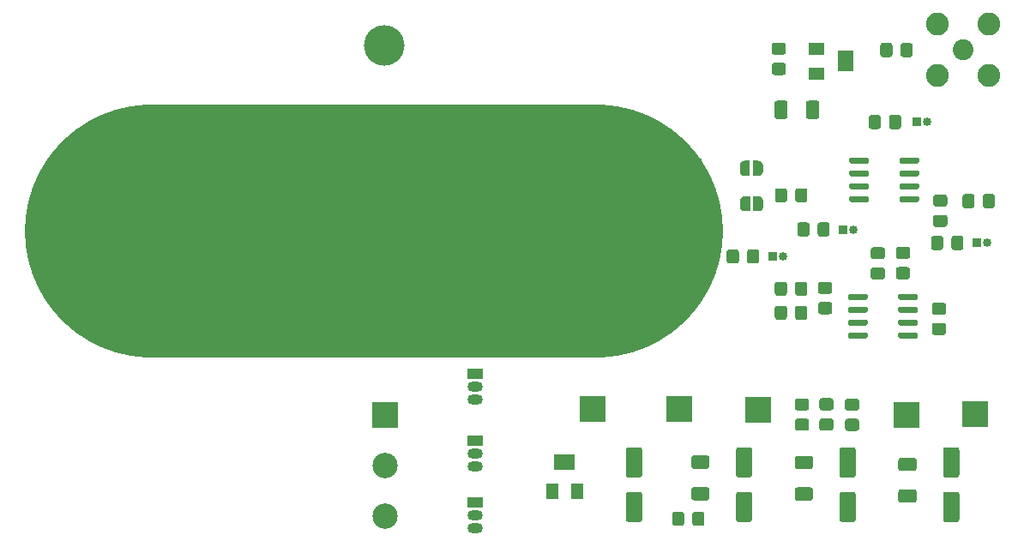
<source format=gbr>
%TF.GenerationSoftware,KiCad,Pcbnew,(5.1.8-0-10_14)*%
%TF.CreationDate,2022-04-27T14:32:14-05:00*%
%TF.ProjectId,SAQ_KiCad_one,5341515f-4b69-4436-9164-5f6f6e652e6b,rev?*%
%TF.SameCoordinates,Original*%
%TF.FileFunction,Soldermask,Top*%
%TF.FilePolarity,Negative*%
%FSLAX46Y46*%
G04 Gerber Fmt 4.6, Leading zero omitted, Abs format (unit mm)*
G04 Created by KiCad (PCBNEW (5.1.8-0-10_14)) date 2022-04-27 14:32:14*
%MOMM*%
%LPD*%
G01*
G04 APERTURE LIST*
%ADD10C,25.000000*%
%ADD11C,0.100000*%
%ADD12O,1.400000X1.400000*%
%ADD13C,1.400000*%
%ADD14O,0.850000X0.850000*%
%ADD15R,0.850000X0.850000*%
%ADD16R,1.500000X1.050000*%
%ADD17O,1.500000X1.050000*%
%ADD18R,2.500000X2.500000*%
%ADD19C,4.000000*%
%ADD20R,1.600000X1.300000*%
%ADD21R,1.600000X2.000000*%
%ADD22C,2.250000*%
%ADD23C,2.050000*%
%ADD24C,2.500000*%
%ADD25O,3.500000X2.200000*%
%ADD26O,2.500000X1.500000*%
%ADD27R,2.500000X1.500000*%
%ADD28R,1.300000X1.600000*%
%ADD29R,2.000000X1.600000*%
%ADD30R,0.900000X0.800000*%
G04 APERTURE END LIST*
D10*
X129730500Y-37782500D02*
X85788500Y-37782500D01*
D11*
%TO.C,JP3*%
G36*
X144909400Y-32373000D02*
G01*
X144409400Y-32373000D01*
X144409400Y-32372398D01*
X144384866Y-32372398D01*
X144336035Y-32367588D01*
X144287910Y-32358016D01*
X144240955Y-32343772D01*
X144195622Y-32324995D01*
X144152349Y-32301864D01*
X144111550Y-32274604D01*
X144073621Y-32243476D01*
X144038924Y-32208779D01*
X144007796Y-32170850D01*
X143980536Y-32130051D01*
X143957405Y-32086778D01*
X143938628Y-32041445D01*
X143924384Y-31994490D01*
X143914812Y-31946365D01*
X143910002Y-31897534D01*
X143910002Y-31873000D01*
X143909400Y-31873000D01*
X143909400Y-31373000D01*
X143910002Y-31373000D01*
X143910002Y-31348466D01*
X143914812Y-31299635D01*
X143924384Y-31251510D01*
X143938628Y-31204555D01*
X143957405Y-31159222D01*
X143980536Y-31115949D01*
X144007796Y-31075150D01*
X144038924Y-31037221D01*
X144073621Y-31002524D01*
X144111550Y-30971396D01*
X144152349Y-30944136D01*
X144195622Y-30921005D01*
X144240955Y-30902228D01*
X144287910Y-30887984D01*
X144336035Y-30878412D01*
X144384866Y-30873602D01*
X144409400Y-30873602D01*
X144409400Y-30873000D01*
X144909400Y-30873000D01*
X144909400Y-32373000D01*
G37*
G36*
X145709400Y-30873602D02*
G01*
X145733934Y-30873602D01*
X145782765Y-30878412D01*
X145830890Y-30887984D01*
X145877845Y-30902228D01*
X145923178Y-30921005D01*
X145966451Y-30944136D01*
X146007250Y-30971396D01*
X146045179Y-31002524D01*
X146079876Y-31037221D01*
X146111004Y-31075150D01*
X146138264Y-31115949D01*
X146161395Y-31159222D01*
X146180172Y-31204555D01*
X146194416Y-31251510D01*
X146203988Y-31299635D01*
X146208798Y-31348466D01*
X146208798Y-31373000D01*
X146209400Y-31373000D01*
X146209400Y-31873000D01*
X146208798Y-31873000D01*
X146208798Y-31897534D01*
X146203988Y-31946365D01*
X146194416Y-31994490D01*
X146180172Y-32041445D01*
X146161395Y-32086778D01*
X146138264Y-32130051D01*
X146111004Y-32170850D01*
X146079876Y-32208779D01*
X146045179Y-32243476D01*
X146007250Y-32274604D01*
X145966451Y-32301864D01*
X145923178Y-32324995D01*
X145877845Y-32343772D01*
X145830890Y-32358016D01*
X145782765Y-32367588D01*
X145733934Y-32372398D01*
X145709400Y-32372398D01*
X145709400Y-32373000D01*
X145209400Y-32373000D01*
X145209400Y-30873000D01*
X145709400Y-30873000D01*
X145709400Y-30873602D01*
G37*
%TD*%
D12*
%TO.C,JP1*%
X130937000Y-32893000D03*
D13*
X128397000Y-32893000D03*
%TD*%
D14*
%TO.C,LATCH*%
X162417000Y-27051000D03*
D15*
X161417000Y-27051000D03*
%TD*%
D14*
%TO.C,RESET*%
X155114500Y-37655500D03*
D15*
X154114500Y-37655500D03*
%TD*%
D14*
%TO.C,INT/4*%
X168322500Y-38989000D03*
D15*
X167322500Y-38989000D03*
%TD*%
D14*
%TO.C,INT-OUT*%
X148198000Y-40299000D03*
D15*
X147198000Y-40299000D03*
%TD*%
D14*
%TO.C,INPUT*%
X129714500Y-26924000D03*
D15*
X128714500Y-26924000D03*
%TD*%
%TO.C,R23*%
G36*
G01*
X157842000Y-26600999D02*
X157842000Y-27501001D01*
G75*
G02*
X157592001Y-27751000I-249999J0D01*
G01*
X156891999Y-27751000D01*
G75*
G02*
X156642000Y-27501001I0J249999D01*
G01*
X156642000Y-26600999D01*
G75*
G02*
X156891999Y-26351000I249999J0D01*
G01*
X157592001Y-26351000D01*
G75*
G02*
X157842000Y-26600999I0J-249999D01*
G01*
G37*
G36*
G01*
X159842000Y-26600999D02*
X159842000Y-27501001D01*
G75*
G02*
X159592001Y-27751000I-249999J0D01*
G01*
X158891999Y-27751000D01*
G75*
G02*
X158642000Y-27501001I0J249999D01*
G01*
X158642000Y-26600999D01*
G75*
G02*
X158891999Y-26351000I249999J0D01*
G01*
X159592001Y-26351000D01*
G75*
G02*
X159842000Y-26600999I0J-249999D01*
G01*
G37*
%TD*%
%TO.C,R22*%
G36*
G01*
X150793500Y-37205499D02*
X150793500Y-38105501D01*
G75*
G02*
X150543501Y-38355500I-249999J0D01*
G01*
X149843499Y-38355500D01*
G75*
G02*
X149593500Y-38105501I0J249999D01*
G01*
X149593500Y-37205499D01*
G75*
G02*
X149843499Y-36955500I249999J0D01*
G01*
X150543501Y-36955500D01*
G75*
G02*
X150793500Y-37205499I0J-249999D01*
G01*
G37*
G36*
G01*
X152793500Y-37205499D02*
X152793500Y-38105501D01*
G75*
G02*
X152543501Y-38355500I-249999J0D01*
G01*
X151843499Y-38355500D01*
G75*
G02*
X151593500Y-38105501I0J249999D01*
G01*
X151593500Y-37205499D01*
G75*
G02*
X151843499Y-36955500I249999J0D01*
G01*
X152543501Y-36955500D01*
G75*
G02*
X152793500Y-37205499I0J-249999D01*
G01*
G37*
%TD*%
%TO.C,R21*%
G36*
G01*
X164001500Y-38538999D02*
X164001500Y-39439001D01*
G75*
G02*
X163751501Y-39689000I-249999J0D01*
G01*
X163051499Y-39689000D01*
G75*
G02*
X162801500Y-39439001I0J249999D01*
G01*
X162801500Y-38538999D01*
G75*
G02*
X163051499Y-38289000I249999J0D01*
G01*
X163751501Y-38289000D01*
G75*
G02*
X164001500Y-38538999I0J-249999D01*
G01*
G37*
G36*
G01*
X166001500Y-38538999D02*
X166001500Y-39439001D01*
G75*
G02*
X165751501Y-39689000I-249999J0D01*
G01*
X165051499Y-39689000D01*
G75*
G02*
X164801500Y-39439001I0J249999D01*
G01*
X164801500Y-38538999D01*
G75*
G02*
X165051499Y-38289000I249999J0D01*
G01*
X165751501Y-38289000D01*
G75*
G02*
X166001500Y-38538999I0J-249999D01*
G01*
G37*
%TD*%
%TO.C,R20*%
G36*
G01*
X143824500Y-39872499D02*
X143824500Y-40772501D01*
G75*
G02*
X143574501Y-41022500I-249999J0D01*
G01*
X142874499Y-41022500D01*
G75*
G02*
X142624500Y-40772501I0J249999D01*
G01*
X142624500Y-39872499D01*
G75*
G02*
X142874499Y-39622500I249999J0D01*
G01*
X143574501Y-39622500D01*
G75*
G02*
X143824500Y-39872499I0J-249999D01*
G01*
G37*
G36*
G01*
X145824500Y-39872499D02*
X145824500Y-40772501D01*
G75*
G02*
X145574501Y-41022500I-249999J0D01*
G01*
X144874499Y-41022500D01*
G75*
G02*
X144624500Y-40772501I0J249999D01*
G01*
X144624500Y-39872499D01*
G75*
G02*
X144874499Y-39622500I249999J0D01*
G01*
X145574501Y-39622500D01*
G75*
G02*
X145824500Y-39872499I0J-249999D01*
G01*
G37*
%TD*%
%TO.C,R19*%
G36*
G01*
X127946999Y-29991000D02*
X128847001Y-29991000D01*
G75*
G02*
X129097000Y-30240999I0J-249999D01*
G01*
X129097000Y-30941001D01*
G75*
G02*
X128847001Y-31191000I-249999J0D01*
G01*
X127946999Y-31191000D01*
G75*
G02*
X127697000Y-30941001I0J249999D01*
G01*
X127697000Y-30240999D01*
G75*
G02*
X127946999Y-29991000I249999J0D01*
G01*
G37*
G36*
G01*
X127946999Y-27991000D02*
X128847001Y-27991000D01*
G75*
G02*
X129097000Y-28240999I0J-249999D01*
G01*
X129097000Y-28941001D01*
G75*
G02*
X128847001Y-29191000I-249999J0D01*
G01*
X127946999Y-29191000D01*
G75*
G02*
X127697000Y-28941001I0J249999D01*
G01*
X127697000Y-28240999D01*
G75*
G02*
X127946999Y-27991000I249999J0D01*
G01*
G37*
%TD*%
%TO.C,R18*%
G36*
G01*
X167897000Y-35311501D02*
X167897000Y-34411499D01*
G75*
G02*
X168146999Y-34161500I249999J0D01*
G01*
X168847001Y-34161500D01*
G75*
G02*
X169097000Y-34411499I0J-249999D01*
G01*
X169097000Y-35311501D01*
G75*
G02*
X168847001Y-35561500I-249999J0D01*
G01*
X168146999Y-35561500D01*
G75*
G02*
X167897000Y-35311501I0J249999D01*
G01*
G37*
G36*
G01*
X165897000Y-35311501D02*
X165897000Y-34411499D01*
G75*
G02*
X166146999Y-34161500I249999J0D01*
G01*
X166847001Y-34161500D01*
G75*
G02*
X167097000Y-34411499I0J-249999D01*
G01*
X167097000Y-35311501D01*
G75*
G02*
X166847001Y-35561500I-249999J0D01*
G01*
X166146999Y-35561500D01*
G75*
G02*
X165897000Y-35311501I0J249999D01*
G01*
G37*
%TD*%
D12*
%TO.C,R1*%
X116776500Y-45021500D03*
D13*
X116776500Y-37401500D03*
%TD*%
%TO.C,U6*%
G36*
G01*
X156678500Y-34521000D02*
X156678500Y-34821000D01*
G75*
G02*
X156528500Y-34971000I-150000J0D01*
G01*
X154878500Y-34971000D01*
G75*
G02*
X154728500Y-34821000I0J150000D01*
G01*
X154728500Y-34521000D01*
G75*
G02*
X154878500Y-34371000I150000J0D01*
G01*
X156528500Y-34371000D01*
G75*
G02*
X156678500Y-34521000I0J-150000D01*
G01*
G37*
G36*
G01*
X156678500Y-33251000D02*
X156678500Y-33551000D01*
G75*
G02*
X156528500Y-33701000I-150000J0D01*
G01*
X154878500Y-33701000D01*
G75*
G02*
X154728500Y-33551000I0J150000D01*
G01*
X154728500Y-33251000D01*
G75*
G02*
X154878500Y-33101000I150000J0D01*
G01*
X156528500Y-33101000D01*
G75*
G02*
X156678500Y-33251000I0J-150000D01*
G01*
G37*
G36*
G01*
X156678500Y-31981000D02*
X156678500Y-32281000D01*
G75*
G02*
X156528500Y-32431000I-150000J0D01*
G01*
X154878500Y-32431000D01*
G75*
G02*
X154728500Y-32281000I0J150000D01*
G01*
X154728500Y-31981000D01*
G75*
G02*
X154878500Y-31831000I150000J0D01*
G01*
X156528500Y-31831000D01*
G75*
G02*
X156678500Y-31981000I0J-150000D01*
G01*
G37*
G36*
G01*
X156678500Y-30711000D02*
X156678500Y-31011000D01*
G75*
G02*
X156528500Y-31161000I-150000J0D01*
G01*
X154878500Y-31161000D01*
G75*
G02*
X154728500Y-31011000I0J150000D01*
G01*
X154728500Y-30711000D01*
G75*
G02*
X154878500Y-30561000I150000J0D01*
G01*
X156528500Y-30561000D01*
G75*
G02*
X156678500Y-30711000I0J-150000D01*
G01*
G37*
G36*
G01*
X161628500Y-30711000D02*
X161628500Y-31011000D01*
G75*
G02*
X161478500Y-31161000I-150000J0D01*
G01*
X159828500Y-31161000D01*
G75*
G02*
X159678500Y-31011000I0J150000D01*
G01*
X159678500Y-30711000D01*
G75*
G02*
X159828500Y-30561000I150000J0D01*
G01*
X161478500Y-30561000D01*
G75*
G02*
X161628500Y-30711000I0J-150000D01*
G01*
G37*
G36*
G01*
X161628500Y-31981000D02*
X161628500Y-32281000D01*
G75*
G02*
X161478500Y-32431000I-150000J0D01*
G01*
X159828500Y-32431000D01*
G75*
G02*
X159678500Y-32281000I0J150000D01*
G01*
X159678500Y-31981000D01*
G75*
G02*
X159828500Y-31831000I150000J0D01*
G01*
X161478500Y-31831000D01*
G75*
G02*
X161628500Y-31981000I0J-150000D01*
G01*
G37*
G36*
G01*
X161628500Y-33251000D02*
X161628500Y-33551000D01*
G75*
G02*
X161478500Y-33701000I-150000J0D01*
G01*
X159828500Y-33701000D01*
G75*
G02*
X159678500Y-33551000I0J150000D01*
G01*
X159678500Y-33251000D01*
G75*
G02*
X159828500Y-33101000I150000J0D01*
G01*
X161478500Y-33101000D01*
G75*
G02*
X161628500Y-33251000I0J-150000D01*
G01*
G37*
G36*
G01*
X161628500Y-34521000D02*
X161628500Y-34821000D01*
G75*
G02*
X161478500Y-34971000I-150000J0D01*
G01*
X159828500Y-34971000D01*
G75*
G02*
X159678500Y-34821000I0J150000D01*
G01*
X159678500Y-34521000D01*
G75*
G02*
X159828500Y-34371000I150000J0D01*
G01*
X161478500Y-34371000D01*
G75*
G02*
X161628500Y-34521000I0J-150000D01*
G01*
G37*
%TD*%
%TO.C,U5*%
G36*
G01*
X159551500Y-44473000D02*
X159551500Y-44173000D01*
G75*
G02*
X159701500Y-44023000I150000J0D01*
G01*
X161351500Y-44023000D01*
G75*
G02*
X161501500Y-44173000I0J-150000D01*
G01*
X161501500Y-44473000D01*
G75*
G02*
X161351500Y-44623000I-150000J0D01*
G01*
X159701500Y-44623000D01*
G75*
G02*
X159551500Y-44473000I0J150000D01*
G01*
G37*
G36*
G01*
X159551500Y-45743000D02*
X159551500Y-45443000D01*
G75*
G02*
X159701500Y-45293000I150000J0D01*
G01*
X161351500Y-45293000D01*
G75*
G02*
X161501500Y-45443000I0J-150000D01*
G01*
X161501500Y-45743000D01*
G75*
G02*
X161351500Y-45893000I-150000J0D01*
G01*
X159701500Y-45893000D01*
G75*
G02*
X159551500Y-45743000I0J150000D01*
G01*
G37*
G36*
G01*
X159551500Y-47013000D02*
X159551500Y-46713000D01*
G75*
G02*
X159701500Y-46563000I150000J0D01*
G01*
X161351500Y-46563000D01*
G75*
G02*
X161501500Y-46713000I0J-150000D01*
G01*
X161501500Y-47013000D01*
G75*
G02*
X161351500Y-47163000I-150000J0D01*
G01*
X159701500Y-47163000D01*
G75*
G02*
X159551500Y-47013000I0J150000D01*
G01*
G37*
G36*
G01*
X159551500Y-48283000D02*
X159551500Y-47983000D01*
G75*
G02*
X159701500Y-47833000I150000J0D01*
G01*
X161351500Y-47833000D01*
G75*
G02*
X161501500Y-47983000I0J-150000D01*
G01*
X161501500Y-48283000D01*
G75*
G02*
X161351500Y-48433000I-150000J0D01*
G01*
X159701500Y-48433000D01*
G75*
G02*
X159551500Y-48283000I0J150000D01*
G01*
G37*
G36*
G01*
X154601500Y-48283000D02*
X154601500Y-47983000D01*
G75*
G02*
X154751500Y-47833000I150000J0D01*
G01*
X156401500Y-47833000D01*
G75*
G02*
X156551500Y-47983000I0J-150000D01*
G01*
X156551500Y-48283000D01*
G75*
G02*
X156401500Y-48433000I-150000J0D01*
G01*
X154751500Y-48433000D01*
G75*
G02*
X154601500Y-48283000I0J150000D01*
G01*
G37*
G36*
G01*
X154601500Y-47013000D02*
X154601500Y-46713000D01*
G75*
G02*
X154751500Y-46563000I150000J0D01*
G01*
X156401500Y-46563000D01*
G75*
G02*
X156551500Y-46713000I0J-150000D01*
G01*
X156551500Y-47013000D01*
G75*
G02*
X156401500Y-47163000I-150000J0D01*
G01*
X154751500Y-47163000D01*
G75*
G02*
X154601500Y-47013000I0J150000D01*
G01*
G37*
G36*
G01*
X154601500Y-45743000D02*
X154601500Y-45443000D01*
G75*
G02*
X154751500Y-45293000I150000J0D01*
G01*
X156401500Y-45293000D01*
G75*
G02*
X156551500Y-45443000I0J-150000D01*
G01*
X156551500Y-45743000D01*
G75*
G02*
X156401500Y-45893000I-150000J0D01*
G01*
X154751500Y-45893000D01*
G75*
G02*
X154601500Y-45743000I0J150000D01*
G01*
G37*
G36*
G01*
X154601500Y-44473000D02*
X154601500Y-44173000D01*
G75*
G02*
X154751500Y-44023000I150000J0D01*
G01*
X156401500Y-44023000D01*
G75*
G02*
X156551500Y-44173000I0J-150000D01*
G01*
X156551500Y-44473000D01*
G75*
G02*
X156401500Y-44623000I-150000J0D01*
G01*
X154751500Y-44623000D01*
G75*
G02*
X154601500Y-44473000I0J150000D01*
G01*
G37*
%TD*%
D16*
%TO.C,U4*%
X117792500Y-51943000D03*
D17*
X117792500Y-54483000D03*
X117792500Y-53213000D03*
%TD*%
D16*
%TO.C,U2*%
X117792500Y-64579500D03*
D17*
X117792500Y-67119500D03*
X117792500Y-65849500D03*
%TD*%
D16*
%TO.C,U1*%
X117792500Y-58483500D03*
D17*
X117792500Y-61023500D03*
X117792500Y-59753500D03*
%TD*%
D18*
%TO.C,VDD*%
X129349500Y-55372000D03*
%TD*%
%TO.C,+9*%
X137922000Y-55372000D03*
%TD*%
D19*
%TO.C,GND*%
X108839000Y-19494500D03*
%TD*%
D18*
%TO.C,+5*%
X160337500Y-55943500D03*
%TD*%
%TO.C,-15*%
X167132000Y-55897001D03*
%TD*%
%TO.C,+15*%
X145732500Y-55435500D03*
%TD*%
D20*
%TO.C,RV2*%
X151447500Y-22288500D03*
D21*
X154347500Y-21038500D03*
D20*
X151447500Y-19788500D03*
%TD*%
%TO.C,R14*%
G36*
G01*
X164026001Y-46082000D02*
X163125999Y-46082000D01*
G75*
G02*
X162876000Y-45832001I0J249999D01*
G01*
X162876000Y-45131999D01*
G75*
G02*
X163125999Y-44882000I249999J0D01*
G01*
X164026001Y-44882000D01*
G75*
G02*
X164276000Y-45131999I0J-249999D01*
G01*
X164276000Y-45832001D01*
G75*
G02*
X164026001Y-46082000I-249999J0D01*
G01*
G37*
G36*
G01*
X164026001Y-48082000D02*
X163125999Y-48082000D01*
G75*
G02*
X162876000Y-47832001I0J249999D01*
G01*
X162876000Y-47131999D01*
G75*
G02*
X163125999Y-46882000I249999J0D01*
G01*
X164026001Y-46882000D01*
G75*
G02*
X164276000Y-47131999I0J-249999D01*
G01*
X164276000Y-47832001D01*
G75*
G02*
X164026001Y-48082000I-249999J0D01*
G01*
G37*
%TD*%
%TO.C,R12*%
G36*
G01*
X157993501Y-40605000D02*
X157093499Y-40605000D01*
G75*
G02*
X156843500Y-40355001I0J249999D01*
G01*
X156843500Y-39654999D01*
G75*
G02*
X157093499Y-39405000I249999J0D01*
G01*
X157993501Y-39405000D01*
G75*
G02*
X158243500Y-39654999I0J-249999D01*
G01*
X158243500Y-40355001D01*
G75*
G02*
X157993501Y-40605000I-249999J0D01*
G01*
G37*
G36*
G01*
X157993501Y-42605000D02*
X157093499Y-42605000D01*
G75*
G02*
X156843500Y-42355001I0J249999D01*
G01*
X156843500Y-41654999D01*
G75*
G02*
X157093499Y-41405000I249999J0D01*
G01*
X157993501Y-41405000D01*
G75*
G02*
X158243500Y-41654999I0J-249999D01*
G01*
X158243500Y-42355001D01*
G75*
G02*
X157993501Y-42605000I-249999J0D01*
G01*
G37*
%TD*%
D22*
%TO.C,OUT*%
X163385500Y-22479000D03*
X163385500Y-17399000D03*
X168465500Y-17399000D03*
X168465500Y-22479000D03*
D23*
X165925500Y-19939000D03*
%TD*%
D24*
%TO.C,POWER*%
X108902500Y-65943500D03*
X108902500Y-60943500D03*
D18*
X108902500Y-55943500D03*
%TD*%
D22*
%TO.C,I-IN*%
X107886500Y-29019500D03*
X112966500Y-29019500D03*
X112966500Y-34099500D03*
X107886500Y-34099500D03*
D23*
X110426500Y-31559500D03*
%TD*%
D22*
%TO.C,V-IN*%
X113030000Y-47307500D03*
X107950000Y-47307500D03*
X107950000Y-42227500D03*
X113030000Y-42227500D03*
D23*
X110490000Y-44767500D03*
%TD*%
%TO.C,C12*%
G36*
G01*
X148642500Y-25194497D02*
X148642500Y-26494503D01*
G75*
G02*
X148392503Y-26744500I-249997J0D01*
G01*
X147567497Y-26744500D01*
G75*
G02*
X147317500Y-26494503I0J249997D01*
G01*
X147317500Y-25194497D01*
G75*
G02*
X147567497Y-24944500I249997J0D01*
G01*
X148392503Y-24944500D01*
G75*
G02*
X148642500Y-25194497I0J-249997D01*
G01*
G37*
G36*
G01*
X151767500Y-25194497D02*
X151767500Y-26494503D01*
G75*
G02*
X151517503Y-26744500I-249997J0D01*
G01*
X150692497Y-26744500D01*
G75*
G02*
X150442500Y-26494503I0J249997D01*
G01*
X150442500Y-25194497D01*
G75*
G02*
X150692497Y-24944500I249997J0D01*
G01*
X151517503Y-24944500D01*
G75*
G02*
X151767500Y-25194497I0J-249997D01*
G01*
G37*
%TD*%
%TO.C,C6*%
G36*
G01*
X140667503Y-61291500D02*
X139367497Y-61291500D01*
G75*
G02*
X139117500Y-61041503I0J249997D01*
G01*
X139117500Y-60216497D01*
G75*
G02*
X139367497Y-59966500I249997J0D01*
G01*
X140667503Y-59966500D01*
G75*
G02*
X140917500Y-60216497I0J-249997D01*
G01*
X140917500Y-61041503D01*
G75*
G02*
X140667503Y-61291500I-249997J0D01*
G01*
G37*
G36*
G01*
X140667503Y-64416500D02*
X139367497Y-64416500D01*
G75*
G02*
X139117500Y-64166503I0J249997D01*
G01*
X139117500Y-63341497D01*
G75*
G02*
X139367497Y-63091500I249997J0D01*
G01*
X140667503Y-63091500D01*
G75*
G02*
X140917500Y-63341497I0J-249997D01*
G01*
X140917500Y-64166503D01*
G75*
G02*
X140667503Y-64416500I-249997J0D01*
G01*
G37*
%TD*%
%TO.C,C4*%
G36*
G01*
X161114503Y-61520500D02*
X159814497Y-61520500D01*
G75*
G02*
X159564500Y-61270503I0J249997D01*
G01*
X159564500Y-60445497D01*
G75*
G02*
X159814497Y-60195500I249997J0D01*
G01*
X161114503Y-60195500D01*
G75*
G02*
X161364500Y-60445497I0J-249997D01*
G01*
X161364500Y-61270503D01*
G75*
G02*
X161114503Y-61520500I-249997J0D01*
G01*
G37*
G36*
G01*
X161114503Y-64645500D02*
X159814497Y-64645500D01*
G75*
G02*
X159564500Y-64395503I0J249997D01*
G01*
X159564500Y-63570497D01*
G75*
G02*
X159814497Y-63320500I249997J0D01*
G01*
X161114503Y-63320500D01*
G75*
G02*
X161364500Y-63570497I0J-249997D01*
G01*
X161364500Y-64395503D01*
G75*
G02*
X161114503Y-64645500I-249997J0D01*
G01*
G37*
%TD*%
%TO.C,C3*%
G36*
G01*
X150891003Y-61330000D02*
X149590997Y-61330000D01*
G75*
G02*
X149341000Y-61080003I0J249997D01*
G01*
X149341000Y-60254997D01*
G75*
G02*
X149590997Y-60005000I249997J0D01*
G01*
X150891003Y-60005000D01*
G75*
G02*
X151141000Y-60254997I0J-249997D01*
G01*
X151141000Y-61080003D01*
G75*
G02*
X150891003Y-61330000I-249997J0D01*
G01*
G37*
G36*
G01*
X150891003Y-64455000D02*
X149590997Y-64455000D01*
G75*
G02*
X149341000Y-64205003I0J249997D01*
G01*
X149341000Y-63379997D01*
G75*
G02*
X149590997Y-63130000I249997J0D01*
G01*
X150891003Y-63130000D01*
G75*
G02*
X151141000Y-63379997I0J-249997D01*
G01*
X151141000Y-64205003D01*
G75*
G02*
X150891003Y-64455000I-249997J0D01*
G01*
G37*
%TD*%
D11*
%TO.C,JP2*%
G36*
X145732500Y-34366102D02*
G01*
X145757034Y-34366102D01*
X145805865Y-34370912D01*
X145853990Y-34380484D01*
X145900945Y-34394728D01*
X145946278Y-34413505D01*
X145989551Y-34436636D01*
X146030350Y-34463896D01*
X146068279Y-34495024D01*
X146102976Y-34529721D01*
X146134104Y-34567650D01*
X146161364Y-34608449D01*
X146184495Y-34651722D01*
X146203272Y-34697055D01*
X146217516Y-34744010D01*
X146227088Y-34792135D01*
X146231898Y-34840966D01*
X146231898Y-34865500D01*
X146232500Y-34865500D01*
X146232500Y-35365500D01*
X146231898Y-35365500D01*
X146231898Y-35390034D01*
X146227088Y-35438865D01*
X146217516Y-35486990D01*
X146203272Y-35533945D01*
X146184495Y-35579278D01*
X146161364Y-35622551D01*
X146134104Y-35663350D01*
X146102976Y-35701279D01*
X146068279Y-35735976D01*
X146030350Y-35767104D01*
X145989551Y-35794364D01*
X145946278Y-35817495D01*
X145900945Y-35836272D01*
X145853990Y-35850516D01*
X145805865Y-35860088D01*
X145757034Y-35864898D01*
X145732500Y-35864898D01*
X145732500Y-35865500D01*
X145232500Y-35865500D01*
X145232500Y-34365500D01*
X145732500Y-34365500D01*
X145732500Y-34366102D01*
G37*
G36*
X144932500Y-35865500D02*
G01*
X144432500Y-35865500D01*
X144432500Y-35864898D01*
X144407966Y-35864898D01*
X144359135Y-35860088D01*
X144311010Y-35850516D01*
X144264055Y-35836272D01*
X144218722Y-35817495D01*
X144175449Y-35794364D01*
X144134650Y-35767104D01*
X144096721Y-35735976D01*
X144062024Y-35701279D01*
X144030896Y-35663350D01*
X144003636Y-35622551D01*
X143980505Y-35579278D01*
X143961728Y-35533945D01*
X143947484Y-35486990D01*
X143937912Y-35438865D01*
X143933102Y-35390034D01*
X143933102Y-35365500D01*
X143932500Y-35365500D01*
X143932500Y-34865500D01*
X143933102Y-34865500D01*
X143933102Y-34840966D01*
X143937912Y-34792135D01*
X143947484Y-34744010D01*
X143961728Y-34697055D01*
X143980505Y-34651722D01*
X144003636Y-34608449D01*
X144030896Y-34567650D01*
X144062024Y-34529721D01*
X144096721Y-34495024D01*
X144134650Y-34463896D01*
X144175449Y-34436636D01*
X144218722Y-34413505D01*
X144264055Y-34394728D01*
X144311010Y-34380484D01*
X144359135Y-34370912D01*
X144407966Y-34366102D01*
X144432500Y-34366102D01*
X144432500Y-34365500D01*
X144932500Y-34365500D01*
X144932500Y-35865500D01*
G37*
%TD*%
%TO.C,R11*%
G36*
G01*
X152786501Y-44034000D02*
X151886499Y-44034000D01*
G75*
G02*
X151636500Y-43784001I0J249999D01*
G01*
X151636500Y-43083999D01*
G75*
G02*
X151886499Y-42834000I249999J0D01*
G01*
X152786501Y-42834000D01*
G75*
G02*
X153036500Y-43083999I0J-249999D01*
G01*
X153036500Y-43784001D01*
G75*
G02*
X152786501Y-44034000I-249999J0D01*
G01*
G37*
G36*
G01*
X152786501Y-46034000D02*
X151886499Y-46034000D01*
G75*
G02*
X151636500Y-45784001I0J249999D01*
G01*
X151636500Y-45083999D01*
G75*
G02*
X151886499Y-44834000I249999J0D01*
G01*
X152786501Y-44834000D01*
G75*
G02*
X153036500Y-45083999I0J-249999D01*
G01*
X153036500Y-45784001D01*
G75*
G02*
X152786501Y-46034000I-249999J0D01*
G01*
G37*
%TD*%
%TO.C,U3*%
G36*
G01*
X138215500Y-31074500D02*
X138215500Y-30774500D01*
G75*
G02*
X138365500Y-30624500I150000J0D01*
G01*
X140015500Y-30624500D01*
G75*
G02*
X140165500Y-30774500I0J-150000D01*
G01*
X140165500Y-31074500D01*
G75*
G02*
X140015500Y-31224500I-150000J0D01*
G01*
X138365500Y-31224500D01*
G75*
G02*
X138215500Y-31074500I0J150000D01*
G01*
G37*
G36*
G01*
X138215500Y-32344500D02*
X138215500Y-32044500D01*
G75*
G02*
X138365500Y-31894500I150000J0D01*
G01*
X140015500Y-31894500D01*
G75*
G02*
X140165500Y-32044500I0J-150000D01*
G01*
X140165500Y-32344500D01*
G75*
G02*
X140015500Y-32494500I-150000J0D01*
G01*
X138365500Y-32494500D01*
G75*
G02*
X138215500Y-32344500I0J150000D01*
G01*
G37*
G36*
G01*
X138215500Y-33614500D02*
X138215500Y-33314500D01*
G75*
G02*
X138365500Y-33164500I150000J0D01*
G01*
X140015500Y-33164500D01*
G75*
G02*
X140165500Y-33314500I0J-150000D01*
G01*
X140165500Y-33614500D01*
G75*
G02*
X140015500Y-33764500I-150000J0D01*
G01*
X138365500Y-33764500D01*
G75*
G02*
X138215500Y-33614500I0J150000D01*
G01*
G37*
G36*
G01*
X138215500Y-34884500D02*
X138215500Y-34584500D01*
G75*
G02*
X138365500Y-34434500I150000J0D01*
G01*
X140015500Y-34434500D01*
G75*
G02*
X140165500Y-34584500I0J-150000D01*
G01*
X140165500Y-34884500D01*
G75*
G02*
X140015500Y-35034500I-150000J0D01*
G01*
X138365500Y-35034500D01*
G75*
G02*
X138215500Y-34884500I0J150000D01*
G01*
G37*
G36*
G01*
X138215500Y-36154500D02*
X138215500Y-35854500D01*
G75*
G02*
X138365500Y-35704500I150000J0D01*
G01*
X140015500Y-35704500D01*
G75*
G02*
X140165500Y-35854500I0J-150000D01*
G01*
X140165500Y-36154500D01*
G75*
G02*
X140015500Y-36304500I-150000J0D01*
G01*
X138365500Y-36304500D01*
G75*
G02*
X138215500Y-36154500I0J150000D01*
G01*
G37*
G36*
G01*
X138215500Y-37424500D02*
X138215500Y-37124500D01*
G75*
G02*
X138365500Y-36974500I150000J0D01*
G01*
X140015500Y-36974500D01*
G75*
G02*
X140165500Y-37124500I0J-150000D01*
G01*
X140165500Y-37424500D01*
G75*
G02*
X140015500Y-37574500I-150000J0D01*
G01*
X138365500Y-37574500D01*
G75*
G02*
X138215500Y-37424500I0J150000D01*
G01*
G37*
G36*
G01*
X138215500Y-38694500D02*
X138215500Y-38394500D01*
G75*
G02*
X138365500Y-38244500I150000J0D01*
G01*
X140015500Y-38244500D01*
G75*
G02*
X140165500Y-38394500I0J-150000D01*
G01*
X140165500Y-38694500D01*
G75*
G02*
X140015500Y-38844500I-150000J0D01*
G01*
X138365500Y-38844500D01*
G75*
G02*
X138215500Y-38694500I0J150000D01*
G01*
G37*
G36*
G01*
X133265500Y-38694500D02*
X133265500Y-38394500D01*
G75*
G02*
X133415500Y-38244500I150000J0D01*
G01*
X135065500Y-38244500D01*
G75*
G02*
X135215500Y-38394500I0J-150000D01*
G01*
X135215500Y-38694500D01*
G75*
G02*
X135065500Y-38844500I-150000J0D01*
G01*
X133415500Y-38844500D01*
G75*
G02*
X133265500Y-38694500I0J150000D01*
G01*
G37*
G36*
G01*
X133265500Y-37424500D02*
X133265500Y-37124500D01*
G75*
G02*
X133415500Y-36974500I150000J0D01*
G01*
X135065500Y-36974500D01*
G75*
G02*
X135215500Y-37124500I0J-150000D01*
G01*
X135215500Y-37424500D01*
G75*
G02*
X135065500Y-37574500I-150000J0D01*
G01*
X133415500Y-37574500D01*
G75*
G02*
X133265500Y-37424500I0J150000D01*
G01*
G37*
G36*
G01*
X133265500Y-36154500D02*
X133265500Y-35854500D01*
G75*
G02*
X133415500Y-35704500I150000J0D01*
G01*
X135065500Y-35704500D01*
G75*
G02*
X135215500Y-35854500I0J-150000D01*
G01*
X135215500Y-36154500D01*
G75*
G02*
X135065500Y-36304500I-150000J0D01*
G01*
X133415500Y-36304500D01*
G75*
G02*
X133265500Y-36154500I0J150000D01*
G01*
G37*
G36*
G01*
X133265500Y-34884500D02*
X133265500Y-34584500D01*
G75*
G02*
X133415500Y-34434500I150000J0D01*
G01*
X135065500Y-34434500D01*
G75*
G02*
X135215500Y-34584500I0J-150000D01*
G01*
X135215500Y-34884500D01*
G75*
G02*
X135065500Y-35034500I-150000J0D01*
G01*
X133415500Y-35034500D01*
G75*
G02*
X133265500Y-34884500I0J150000D01*
G01*
G37*
G36*
G01*
X133265500Y-33614500D02*
X133265500Y-33314500D01*
G75*
G02*
X133415500Y-33164500I150000J0D01*
G01*
X135065500Y-33164500D01*
G75*
G02*
X135215500Y-33314500I0J-150000D01*
G01*
X135215500Y-33614500D01*
G75*
G02*
X135065500Y-33764500I-150000J0D01*
G01*
X133415500Y-33764500D01*
G75*
G02*
X133265500Y-33614500I0J150000D01*
G01*
G37*
G36*
G01*
X133265500Y-32344500D02*
X133265500Y-32044500D01*
G75*
G02*
X133415500Y-31894500I150000J0D01*
G01*
X135065500Y-31894500D01*
G75*
G02*
X135215500Y-32044500I0J-150000D01*
G01*
X135215500Y-32344500D01*
G75*
G02*
X135065500Y-32494500I-150000J0D01*
G01*
X133415500Y-32494500D01*
G75*
G02*
X133265500Y-32344500I0J150000D01*
G01*
G37*
G36*
G01*
X133265500Y-31074500D02*
X133265500Y-30774500D01*
G75*
G02*
X133415500Y-30624500I150000J0D01*
G01*
X135065500Y-30624500D01*
G75*
G02*
X135215500Y-30774500I0J-150000D01*
G01*
X135215500Y-31074500D01*
G75*
G02*
X135065500Y-31224500I-150000J0D01*
G01*
X133415500Y-31224500D01*
G75*
G02*
X133265500Y-31074500I0J150000D01*
G01*
G37*
%TD*%
%TO.C,C7*%
G36*
G01*
X134027000Y-62165000D02*
X132927000Y-62165000D01*
G75*
G02*
X132677000Y-61915000I0J250000D01*
G01*
X132677000Y-59415000D01*
G75*
G02*
X132927000Y-59165000I250000J0D01*
G01*
X134027000Y-59165000D01*
G75*
G02*
X134277000Y-59415000I0J-250000D01*
G01*
X134277000Y-61915000D01*
G75*
G02*
X134027000Y-62165000I-250000J0D01*
G01*
G37*
G36*
G01*
X134027000Y-66565000D02*
X132927000Y-66565000D01*
G75*
G02*
X132677000Y-66315000I0J250000D01*
G01*
X132677000Y-63815000D01*
G75*
G02*
X132927000Y-63565000I250000J0D01*
G01*
X134027000Y-63565000D01*
G75*
G02*
X134277000Y-63815000I0J-250000D01*
G01*
X134277000Y-66315000D01*
G75*
G02*
X134027000Y-66565000I-250000J0D01*
G01*
G37*
%TD*%
D25*
%TO.C,SW1*%
X121856500Y-31424000D03*
X121856500Y-39624000D03*
D26*
X121856500Y-33524000D03*
X121856500Y-35524000D03*
D27*
X121856500Y-37524000D03*
%TD*%
D28*
%TO.C,RV1*%
X127869000Y-63553000D03*
D29*
X126619000Y-60653000D03*
D28*
X125369000Y-63553000D03*
%TD*%
%TO.C,R17*%
G36*
G01*
X159785000Y-20389001D02*
X159785000Y-19488999D01*
G75*
G02*
X160034999Y-19239000I249999J0D01*
G01*
X160735001Y-19239000D01*
G75*
G02*
X160985000Y-19488999I0J-249999D01*
G01*
X160985000Y-20389001D01*
G75*
G02*
X160735001Y-20639000I-249999J0D01*
G01*
X160034999Y-20639000D01*
G75*
G02*
X159785000Y-20389001I0J249999D01*
G01*
G37*
G36*
G01*
X157785000Y-20389001D02*
X157785000Y-19488999D01*
G75*
G02*
X158034999Y-19239000I249999J0D01*
G01*
X158735001Y-19239000D01*
G75*
G02*
X158985000Y-19488999I0J-249999D01*
G01*
X158985000Y-20389001D01*
G75*
G02*
X158735001Y-20639000I-249999J0D01*
G01*
X158034999Y-20639000D01*
G75*
G02*
X157785000Y-20389001I0J249999D01*
G01*
G37*
%TD*%
%TO.C,R16*%
G36*
G01*
X148214501Y-20412000D02*
X147314499Y-20412000D01*
G75*
G02*
X147064500Y-20162001I0J249999D01*
G01*
X147064500Y-19461999D01*
G75*
G02*
X147314499Y-19212000I249999J0D01*
G01*
X148214501Y-19212000D01*
G75*
G02*
X148464500Y-19461999I0J-249999D01*
G01*
X148464500Y-20162001D01*
G75*
G02*
X148214501Y-20412000I-249999J0D01*
G01*
G37*
G36*
G01*
X148214501Y-22412000D02*
X147314499Y-22412000D01*
G75*
G02*
X147064500Y-22162001I0J249999D01*
G01*
X147064500Y-21461999D01*
G75*
G02*
X147314499Y-21212000I249999J0D01*
G01*
X148214501Y-21212000D01*
G75*
G02*
X148464500Y-21461999I0J-249999D01*
G01*
X148464500Y-22162001D01*
G75*
G02*
X148214501Y-22412000I-249999J0D01*
G01*
G37*
%TD*%
%TO.C,R15*%
G36*
G01*
X164153001Y-35414000D02*
X163252999Y-35414000D01*
G75*
G02*
X163003000Y-35164001I0J249999D01*
G01*
X163003000Y-34463999D01*
G75*
G02*
X163252999Y-34214000I249999J0D01*
G01*
X164153001Y-34214000D01*
G75*
G02*
X164403000Y-34463999I0J-249999D01*
G01*
X164403000Y-35164001D01*
G75*
G02*
X164153001Y-35414000I-249999J0D01*
G01*
G37*
G36*
G01*
X164153001Y-37414000D02*
X163252999Y-37414000D01*
G75*
G02*
X163003000Y-37164001I0J249999D01*
G01*
X163003000Y-36463999D01*
G75*
G02*
X163252999Y-36214000I249999J0D01*
G01*
X164153001Y-36214000D01*
G75*
G02*
X164403000Y-36463999I0J-249999D01*
G01*
X164403000Y-37164001D01*
G75*
G02*
X164153001Y-37414000I-249999J0D01*
G01*
G37*
%TD*%
%TO.C,R13*%
G36*
G01*
X159569999Y-41373500D02*
X160470001Y-41373500D01*
G75*
G02*
X160720000Y-41623499I0J-249999D01*
G01*
X160720000Y-42323501D01*
G75*
G02*
X160470001Y-42573500I-249999J0D01*
G01*
X159569999Y-42573500D01*
G75*
G02*
X159320000Y-42323501I0J249999D01*
G01*
X159320000Y-41623499D01*
G75*
G02*
X159569999Y-41373500I249999J0D01*
G01*
G37*
G36*
G01*
X159569999Y-39373500D02*
X160470001Y-39373500D01*
G75*
G02*
X160720000Y-39623499I0J-249999D01*
G01*
X160720000Y-40323501D01*
G75*
G02*
X160470001Y-40573500I-249999J0D01*
G01*
X159569999Y-40573500D01*
G75*
G02*
X159320000Y-40323501I0J249999D01*
G01*
X159320000Y-39623499D01*
G75*
G02*
X159569999Y-39373500I249999J0D01*
G01*
G37*
%TD*%
%TO.C,R10*%
G36*
G01*
X149371000Y-46344501D02*
X149371000Y-45444499D01*
G75*
G02*
X149620999Y-45194500I249999J0D01*
G01*
X150321001Y-45194500D01*
G75*
G02*
X150571000Y-45444499I0J-249999D01*
G01*
X150571000Y-46344501D01*
G75*
G02*
X150321001Y-46594500I-249999J0D01*
G01*
X149620999Y-46594500D01*
G75*
G02*
X149371000Y-46344501I0J249999D01*
G01*
G37*
G36*
G01*
X147371000Y-46344501D02*
X147371000Y-45444499D01*
G75*
G02*
X147620999Y-45194500I249999J0D01*
G01*
X148321001Y-45194500D01*
G75*
G02*
X148571000Y-45444499I0J-249999D01*
G01*
X148571000Y-46344501D01*
G75*
G02*
X148321001Y-46594500I-249999J0D01*
G01*
X147620999Y-46594500D01*
G75*
G02*
X147371000Y-46344501I0J249999D01*
G01*
G37*
%TD*%
%TO.C,R9*%
G36*
G01*
X139227000Y-66680501D02*
X139227000Y-65780499D01*
G75*
G02*
X139476999Y-65530500I249999J0D01*
G01*
X140177001Y-65530500D01*
G75*
G02*
X140427000Y-65780499I0J-249999D01*
G01*
X140427000Y-66680501D01*
G75*
G02*
X140177001Y-66930500I-249999J0D01*
G01*
X139476999Y-66930500D01*
G75*
G02*
X139227000Y-66680501I0J249999D01*
G01*
G37*
G36*
G01*
X137227000Y-66680501D02*
X137227000Y-65780499D01*
G75*
G02*
X137476999Y-65530500I249999J0D01*
G01*
X138177001Y-65530500D01*
G75*
G02*
X138427000Y-65780499I0J-249999D01*
G01*
X138427000Y-66680501D01*
G75*
G02*
X138177001Y-66930500I-249999J0D01*
G01*
X137476999Y-66930500D01*
G75*
G02*
X137227000Y-66680501I0J249999D01*
G01*
G37*
%TD*%
%TO.C,R8*%
G36*
G01*
X149371000Y-43963501D02*
X149371000Y-43063499D01*
G75*
G02*
X149620999Y-42813500I249999J0D01*
G01*
X150321001Y-42813500D01*
G75*
G02*
X150571000Y-43063499I0J-249999D01*
G01*
X150571000Y-43963501D01*
G75*
G02*
X150321001Y-44213500I-249999J0D01*
G01*
X149620999Y-44213500D01*
G75*
G02*
X149371000Y-43963501I0J249999D01*
G01*
G37*
G36*
G01*
X147371000Y-43963501D02*
X147371000Y-43063499D01*
G75*
G02*
X147620999Y-42813500I249999J0D01*
G01*
X148321001Y-42813500D01*
G75*
G02*
X148571000Y-43063499I0J-249999D01*
G01*
X148571000Y-43963501D01*
G75*
G02*
X148321001Y-44213500I-249999J0D01*
G01*
X147620999Y-44213500D01*
G75*
G02*
X147371000Y-43963501I0J249999D01*
G01*
G37*
%TD*%
%TO.C,R7*%
G36*
G01*
X149387000Y-34740001D02*
X149387000Y-33839999D01*
G75*
G02*
X149636999Y-33590000I249999J0D01*
G01*
X150337001Y-33590000D01*
G75*
G02*
X150587000Y-33839999I0J-249999D01*
G01*
X150587000Y-34740001D01*
G75*
G02*
X150337001Y-34990000I-249999J0D01*
G01*
X149636999Y-34990000D01*
G75*
G02*
X149387000Y-34740001I0J249999D01*
G01*
G37*
G36*
G01*
X147387000Y-34740001D02*
X147387000Y-33839999D01*
G75*
G02*
X147636999Y-33590000I249999J0D01*
G01*
X148337001Y-33590000D01*
G75*
G02*
X148587000Y-33839999I0J-249999D01*
G01*
X148587000Y-34740001D01*
G75*
G02*
X148337001Y-34990000I-249999J0D01*
G01*
X147636999Y-34990000D01*
G75*
G02*
X147387000Y-34740001I0J249999D01*
G01*
G37*
%TD*%
%TO.C,R6*%
G36*
G01*
X155453501Y-55559500D02*
X154553499Y-55559500D01*
G75*
G02*
X154303500Y-55309501I0J249999D01*
G01*
X154303500Y-54609499D01*
G75*
G02*
X154553499Y-54359500I249999J0D01*
G01*
X155453501Y-54359500D01*
G75*
G02*
X155703500Y-54609499I0J-249999D01*
G01*
X155703500Y-55309501D01*
G75*
G02*
X155453501Y-55559500I-249999J0D01*
G01*
G37*
G36*
G01*
X155453501Y-57559500D02*
X154553499Y-57559500D01*
G75*
G02*
X154303500Y-57309501I0J249999D01*
G01*
X154303500Y-56609499D01*
G75*
G02*
X154553499Y-56359500I249999J0D01*
G01*
X155453501Y-56359500D01*
G75*
G02*
X155703500Y-56609499I0J-249999D01*
G01*
X155703500Y-57309501D01*
G75*
G02*
X155453501Y-57559500I-249999J0D01*
G01*
G37*
%TD*%
%TO.C,R5*%
G36*
G01*
X152013499Y-56327500D02*
X152913501Y-56327500D01*
G75*
G02*
X153163500Y-56577499I0J-249999D01*
G01*
X153163500Y-57277501D01*
G75*
G02*
X152913501Y-57527500I-249999J0D01*
G01*
X152013499Y-57527500D01*
G75*
G02*
X151763500Y-57277501I0J249999D01*
G01*
X151763500Y-56577499D01*
G75*
G02*
X152013499Y-56327500I249999J0D01*
G01*
G37*
G36*
G01*
X152013499Y-54327500D02*
X152913501Y-54327500D01*
G75*
G02*
X153163500Y-54577499I0J-249999D01*
G01*
X153163500Y-55277501D01*
G75*
G02*
X152913501Y-55527500I-249999J0D01*
G01*
X152013499Y-55527500D01*
G75*
G02*
X151763500Y-55277501I0J249999D01*
G01*
X151763500Y-54577499D01*
G75*
G02*
X152013499Y-54327500I249999J0D01*
G01*
G37*
%TD*%
%TO.C,R4*%
G36*
G01*
X150500501Y-55543500D02*
X149600499Y-55543500D01*
G75*
G02*
X149350500Y-55293501I0J249999D01*
G01*
X149350500Y-54593499D01*
G75*
G02*
X149600499Y-54343500I249999J0D01*
G01*
X150500501Y-54343500D01*
G75*
G02*
X150750500Y-54593499I0J-249999D01*
G01*
X150750500Y-55293501D01*
G75*
G02*
X150500501Y-55543500I-249999J0D01*
G01*
G37*
G36*
G01*
X150500501Y-57543500D02*
X149600499Y-57543500D01*
G75*
G02*
X149350500Y-57293501I0J249999D01*
G01*
X149350500Y-56593499D01*
G75*
G02*
X149600499Y-56343500I249999J0D01*
G01*
X150500501Y-56343500D01*
G75*
G02*
X150750500Y-56593499I0J-249999D01*
G01*
X150750500Y-57293501D01*
G75*
G02*
X150500501Y-57543500I-249999J0D01*
G01*
G37*
%TD*%
%TO.C,R3*%
G36*
G01*
X127765000Y-35946501D02*
X127765000Y-35046499D01*
G75*
G02*
X128014999Y-34796500I249999J0D01*
G01*
X128715001Y-34796500D01*
G75*
G02*
X128965000Y-35046499I0J-249999D01*
G01*
X128965000Y-35946501D01*
G75*
G02*
X128715001Y-36196500I-249999J0D01*
G01*
X128014999Y-36196500D01*
G75*
G02*
X127765000Y-35946501I0J249999D01*
G01*
G37*
G36*
G01*
X125765000Y-35946501D02*
X125765000Y-35046499D01*
G75*
G02*
X126014999Y-34796500I249999J0D01*
G01*
X126715001Y-34796500D01*
G75*
G02*
X126965000Y-35046499I0J-249999D01*
G01*
X126965000Y-35946501D01*
G75*
G02*
X126715001Y-36196500I-249999J0D01*
G01*
X126014999Y-36196500D01*
G75*
G02*
X125765000Y-35946501I0J249999D01*
G01*
G37*
%TD*%
%TO.C,R2*%
G36*
G01*
X124084501Y-44859500D02*
X123184499Y-44859500D01*
G75*
G02*
X122934500Y-44609501I0J249999D01*
G01*
X122934500Y-43909499D01*
G75*
G02*
X123184499Y-43659500I249999J0D01*
G01*
X124084501Y-43659500D01*
G75*
G02*
X124334500Y-43909499I0J-249999D01*
G01*
X124334500Y-44609501D01*
G75*
G02*
X124084501Y-44859500I-249999J0D01*
G01*
G37*
G36*
G01*
X124084501Y-46859500D02*
X123184499Y-46859500D01*
G75*
G02*
X122934500Y-46609501I0J249999D01*
G01*
X122934500Y-45909499D01*
G75*
G02*
X123184499Y-45659500I249999J0D01*
G01*
X124084501Y-45659500D01*
G75*
G02*
X124334500Y-45909499I0J-249999D01*
G01*
X124334500Y-46609501D01*
G75*
G02*
X124084501Y-46859500I-249999J0D01*
G01*
G37*
%TD*%
D30*
%TO.C,Q2*%
X128977900Y-45559980D03*
X126977900Y-46509980D03*
X126977900Y-44609980D03*
%TD*%
%TO.C,Q1*%
X128977900Y-40335200D03*
X126977900Y-41285200D03*
X126977900Y-39385200D03*
%TD*%
%TO.C,C5*%
G36*
G01*
X144885500Y-62165000D02*
X143785500Y-62165000D01*
G75*
G02*
X143535500Y-61915000I0J250000D01*
G01*
X143535500Y-59415000D01*
G75*
G02*
X143785500Y-59165000I250000J0D01*
G01*
X144885500Y-59165000D01*
G75*
G02*
X145135500Y-59415000I0J-250000D01*
G01*
X145135500Y-61915000D01*
G75*
G02*
X144885500Y-62165000I-250000J0D01*
G01*
G37*
G36*
G01*
X144885500Y-66565000D02*
X143785500Y-66565000D01*
G75*
G02*
X143535500Y-66315000I0J250000D01*
G01*
X143535500Y-63815000D01*
G75*
G02*
X143785500Y-63565000I250000J0D01*
G01*
X144885500Y-63565000D01*
G75*
G02*
X145135500Y-63815000I0J-250000D01*
G01*
X145135500Y-66315000D01*
G75*
G02*
X144885500Y-66565000I-250000J0D01*
G01*
G37*
%TD*%
%TO.C,C2*%
G36*
G01*
X165332500Y-62165000D02*
X164232500Y-62165000D01*
G75*
G02*
X163982500Y-61915000I0J250000D01*
G01*
X163982500Y-59415000D01*
G75*
G02*
X164232500Y-59165000I250000J0D01*
G01*
X165332500Y-59165000D01*
G75*
G02*
X165582500Y-59415000I0J-250000D01*
G01*
X165582500Y-61915000D01*
G75*
G02*
X165332500Y-62165000I-250000J0D01*
G01*
G37*
G36*
G01*
X165332500Y-66565000D02*
X164232500Y-66565000D01*
G75*
G02*
X163982500Y-66315000I0J250000D01*
G01*
X163982500Y-63815000D01*
G75*
G02*
X164232500Y-63565000I250000J0D01*
G01*
X165332500Y-63565000D01*
G75*
G02*
X165582500Y-63815000I0J-250000D01*
G01*
X165582500Y-66315000D01*
G75*
G02*
X165332500Y-66565000I-250000J0D01*
G01*
G37*
%TD*%
%TO.C,C1*%
G36*
G01*
X155109000Y-62165000D02*
X154009000Y-62165000D01*
G75*
G02*
X153759000Y-61915000I0J250000D01*
G01*
X153759000Y-59415000D01*
G75*
G02*
X154009000Y-59165000I250000J0D01*
G01*
X155109000Y-59165000D01*
G75*
G02*
X155359000Y-59415000I0J-250000D01*
G01*
X155359000Y-61915000D01*
G75*
G02*
X155109000Y-62165000I-250000J0D01*
G01*
G37*
G36*
G01*
X155109000Y-66565000D02*
X154009000Y-66565000D01*
G75*
G02*
X153759000Y-66315000I0J250000D01*
G01*
X153759000Y-63815000D01*
G75*
G02*
X154009000Y-63565000I250000J0D01*
G01*
X155109000Y-63565000D01*
G75*
G02*
X155359000Y-63815000I0J-250000D01*
G01*
X155359000Y-66315000D01*
G75*
G02*
X155109000Y-66565000I-250000J0D01*
G01*
G37*
%TD*%
M02*

</source>
